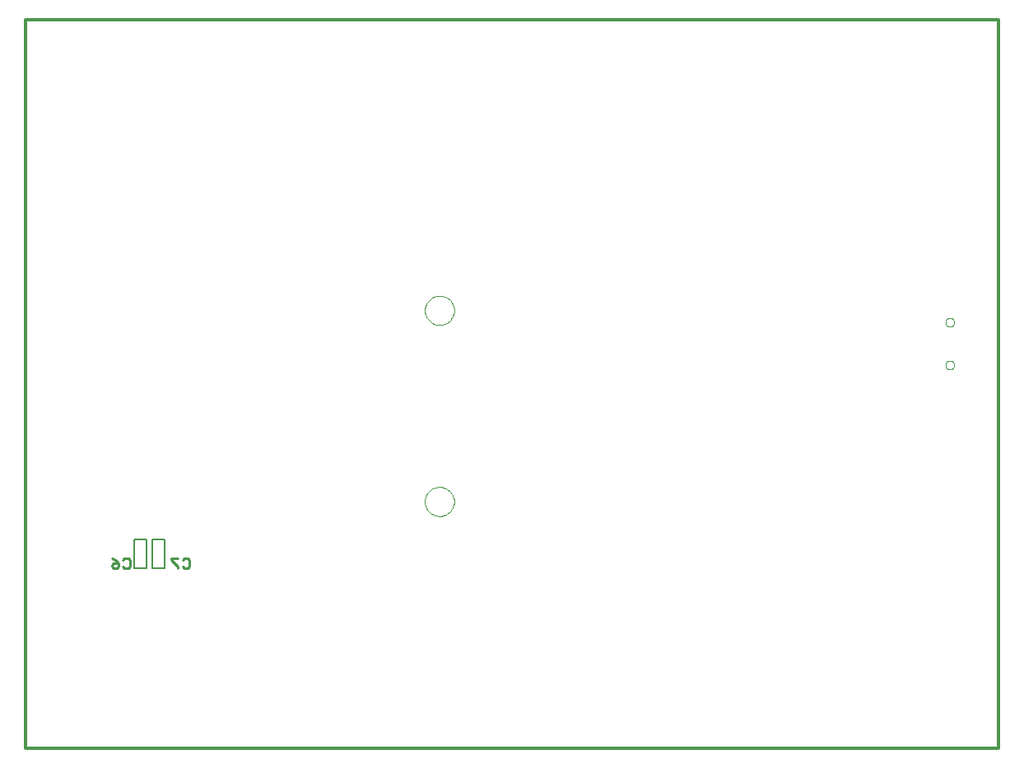
<source format=gbo>
G75*
G70*
%OFA0B0*%
%FSLAX24Y24*%
%IPPOS*%
%LPD*%
%AMOC8*
5,1,8,0,0,1.08239X$1,22.5*
%
%ADD10C,0.0120*%
%ADD11C,0.0000*%
%ADD12C,0.0080*%
%ADD13C,0.0090*%
D10*
X002176Y005651D02*
X002176Y035179D01*
X041546Y035179D01*
X041546Y005651D01*
X002176Y005651D01*
D11*
X018335Y015651D02*
X018337Y015699D01*
X018343Y015747D01*
X018353Y015794D01*
X018366Y015840D01*
X018384Y015885D01*
X018404Y015929D01*
X018429Y015971D01*
X018457Y016010D01*
X018487Y016047D01*
X018521Y016081D01*
X018558Y016113D01*
X018596Y016142D01*
X018637Y016167D01*
X018680Y016189D01*
X018725Y016207D01*
X018771Y016221D01*
X018818Y016232D01*
X018866Y016239D01*
X018914Y016242D01*
X018962Y016241D01*
X019010Y016236D01*
X019058Y016227D01*
X019104Y016215D01*
X019149Y016198D01*
X019193Y016178D01*
X019235Y016155D01*
X019275Y016128D01*
X019313Y016098D01*
X019348Y016065D01*
X019380Y016029D01*
X019410Y015991D01*
X019436Y015950D01*
X019458Y015907D01*
X019478Y015863D01*
X019493Y015818D01*
X019505Y015771D01*
X019513Y015723D01*
X019517Y015675D01*
X019517Y015627D01*
X019513Y015579D01*
X019505Y015531D01*
X019493Y015484D01*
X019478Y015439D01*
X019458Y015395D01*
X019436Y015352D01*
X019410Y015311D01*
X019380Y015273D01*
X019348Y015237D01*
X019313Y015204D01*
X019275Y015174D01*
X019235Y015147D01*
X019193Y015124D01*
X019149Y015104D01*
X019104Y015087D01*
X019058Y015075D01*
X019010Y015066D01*
X018962Y015061D01*
X018914Y015060D01*
X018866Y015063D01*
X018818Y015070D01*
X018771Y015081D01*
X018725Y015095D01*
X018680Y015113D01*
X018637Y015135D01*
X018596Y015160D01*
X018558Y015189D01*
X018521Y015221D01*
X018487Y015255D01*
X018457Y015292D01*
X018429Y015331D01*
X018404Y015373D01*
X018384Y015417D01*
X018366Y015462D01*
X018353Y015508D01*
X018343Y015555D01*
X018337Y015603D01*
X018335Y015651D01*
X018335Y023401D02*
X018337Y023449D01*
X018343Y023497D01*
X018353Y023544D01*
X018366Y023590D01*
X018384Y023635D01*
X018404Y023679D01*
X018429Y023721D01*
X018457Y023760D01*
X018487Y023797D01*
X018521Y023831D01*
X018558Y023863D01*
X018596Y023892D01*
X018637Y023917D01*
X018680Y023939D01*
X018725Y023957D01*
X018771Y023971D01*
X018818Y023982D01*
X018866Y023989D01*
X018914Y023992D01*
X018962Y023991D01*
X019010Y023986D01*
X019058Y023977D01*
X019104Y023965D01*
X019149Y023948D01*
X019193Y023928D01*
X019235Y023905D01*
X019275Y023878D01*
X019313Y023848D01*
X019348Y023815D01*
X019380Y023779D01*
X019410Y023741D01*
X019436Y023700D01*
X019458Y023657D01*
X019478Y023613D01*
X019493Y023568D01*
X019505Y023521D01*
X019513Y023473D01*
X019517Y023425D01*
X019517Y023377D01*
X019513Y023329D01*
X019505Y023281D01*
X019493Y023234D01*
X019478Y023189D01*
X019458Y023145D01*
X019436Y023102D01*
X019410Y023061D01*
X019380Y023023D01*
X019348Y022987D01*
X019313Y022954D01*
X019275Y022924D01*
X019235Y022897D01*
X019193Y022874D01*
X019149Y022854D01*
X019104Y022837D01*
X019058Y022825D01*
X019010Y022816D01*
X018962Y022811D01*
X018914Y022810D01*
X018866Y022813D01*
X018818Y022820D01*
X018771Y022831D01*
X018725Y022845D01*
X018680Y022863D01*
X018637Y022885D01*
X018596Y022910D01*
X018558Y022939D01*
X018521Y022971D01*
X018487Y023005D01*
X018457Y023042D01*
X018429Y023081D01*
X018404Y023123D01*
X018384Y023167D01*
X018366Y023212D01*
X018353Y023258D01*
X018343Y023305D01*
X018337Y023353D01*
X018335Y023401D01*
X039414Y022917D02*
X039416Y022943D01*
X039422Y022969D01*
X039432Y022994D01*
X039445Y023017D01*
X039461Y023037D01*
X039481Y023055D01*
X039503Y023070D01*
X039526Y023082D01*
X039552Y023090D01*
X039578Y023094D01*
X039604Y023094D01*
X039630Y023090D01*
X039656Y023082D01*
X039680Y023070D01*
X039701Y023055D01*
X039721Y023037D01*
X039737Y023017D01*
X039750Y022994D01*
X039760Y022969D01*
X039766Y022943D01*
X039768Y022917D01*
X039766Y022891D01*
X039760Y022865D01*
X039750Y022840D01*
X039737Y022817D01*
X039721Y022797D01*
X039701Y022779D01*
X039679Y022764D01*
X039656Y022752D01*
X039630Y022744D01*
X039604Y022740D01*
X039578Y022740D01*
X039552Y022744D01*
X039526Y022752D01*
X039502Y022764D01*
X039481Y022779D01*
X039461Y022797D01*
X039445Y022817D01*
X039432Y022840D01*
X039422Y022865D01*
X039416Y022891D01*
X039414Y022917D01*
X039414Y021185D02*
X039416Y021211D01*
X039422Y021237D01*
X039432Y021262D01*
X039445Y021285D01*
X039461Y021305D01*
X039481Y021323D01*
X039503Y021338D01*
X039526Y021350D01*
X039552Y021358D01*
X039578Y021362D01*
X039604Y021362D01*
X039630Y021358D01*
X039656Y021350D01*
X039680Y021338D01*
X039701Y021323D01*
X039721Y021305D01*
X039737Y021285D01*
X039750Y021262D01*
X039760Y021237D01*
X039766Y021211D01*
X039768Y021185D01*
X039766Y021159D01*
X039760Y021133D01*
X039750Y021108D01*
X039737Y021085D01*
X039721Y021065D01*
X039701Y021047D01*
X039679Y021032D01*
X039656Y021020D01*
X039630Y021012D01*
X039604Y021008D01*
X039578Y021008D01*
X039552Y021012D01*
X039526Y021020D01*
X039502Y021032D01*
X039481Y021047D01*
X039461Y021065D01*
X039445Y021085D01*
X039432Y021108D01*
X039422Y021133D01*
X039416Y021159D01*
X039414Y021185D01*
D12*
X007801Y014101D02*
X007801Y012951D01*
X007301Y012951D01*
X007301Y014101D01*
X007801Y014101D01*
X007051Y014101D02*
X006551Y014101D01*
X006551Y012951D01*
X007051Y012951D01*
X007051Y014101D01*
D13*
X006313Y013356D02*
X006381Y013288D01*
X006381Y013015D01*
X006313Y012946D01*
X006176Y012946D01*
X006108Y013015D01*
X005921Y013015D02*
X005921Y013151D01*
X005716Y013151D01*
X005647Y013083D01*
X005647Y013015D01*
X005716Y012946D01*
X005852Y012946D01*
X005921Y013015D01*
X005921Y013151D02*
X005784Y013288D01*
X005647Y013356D01*
X006108Y013288D02*
X006176Y013356D01*
X006313Y013356D01*
X008068Y013356D02*
X008068Y013288D01*
X008342Y013015D01*
X008342Y012946D01*
X008528Y013015D02*
X008597Y012946D01*
X008734Y012946D01*
X008802Y013015D01*
X008802Y013288D01*
X008734Y013356D01*
X008597Y013356D01*
X008528Y013288D01*
X008342Y013356D02*
X008068Y013356D01*
M02*

</source>
